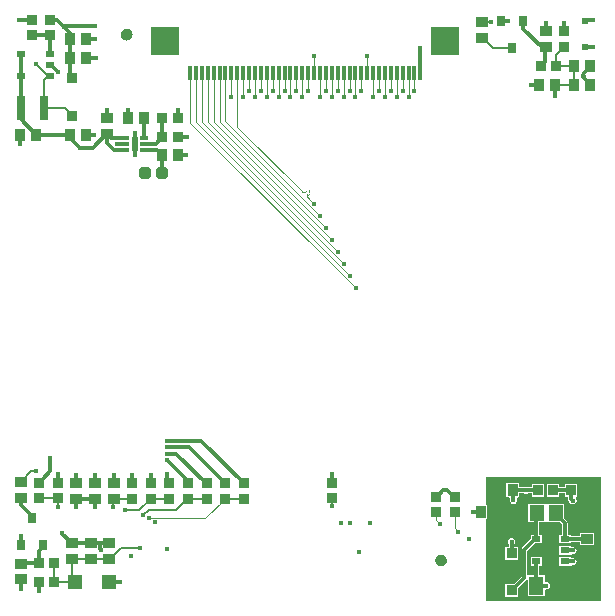
<source format=gtl>
G04*
G04 #@! TF.GenerationSoftware,Altium Limited,Altium Designer,19.0.11 (319)*
G04*
G04 Layer_Physical_Order=1*
G04 Layer_Color=255*
%FSLAX44Y44*%
%MOMM*%
G71*
G01*
G75*
%ADD11C,0.2000*%
%ADD15C,0.1000*%
%ADD16R,0.8500X0.9500*%
%ADD17R,1.2000X1.2000*%
%ADD18R,1.2000X1.2000*%
%ADD19R,0.6000X0.6000*%
%ADD20R,0.9500X0.8500*%
%ADD21R,1.0000X0.9000*%
%ADD22R,0.6500X0.9500*%
%ADD23R,0.9000X1.0000*%
%ADD24R,0.8000X0.5500*%
%ADD25R,0.8000X2.0000*%
%ADD26R,0.9500X0.9000*%
%ADD27R,1.3000X1.4000*%
%ADD28R,1.2000X1.6500*%
%ADD29R,0.7000X0.3000*%
%ADD30R,0.5500X1.3100*%
%ADD31R,2.4000X2.4000*%
%ADD32R,0.3000X1.2000*%
%ADD52C,1.0000*%
%ADD53C,0.3000*%
G04:AMPARAMS|DCode=54|XSize=1mm|YSize=1mm|CornerRadius=0.25mm|HoleSize=0mm|Usage=FLASHONLY|Rotation=0.000|XOffset=0mm|YOffset=0mm|HoleType=Round|Shape=RoundedRectangle|*
%AMROUNDEDRECTD54*
21,1,1.0000,0.5000,0,0,0.0*
21,1,0.5000,1.0000,0,0,0.0*
1,1,0.5000,0.2500,-0.2500*
1,1,0.5000,-0.2500,-0.2500*
1,1,0.5000,-0.2500,0.2500*
1,1,0.5000,0.2500,0.2500*
%
%ADD54ROUNDEDRECTD54*%
%ADD55C,0.4500*%
G36*
X500000Y-0D02*
X402500Y-0D01*
X402500Y70111D01*
X403889D01*
Y81889D01*
X402500D01*
Y105000D01*
X500000Y105000D01*
X500000Y-0D01*
D02*
G37*
%LPC*%
G36*
X479889Y99639D02*
X469611D01*
Y96436D01*
X464889D01*
Y99639D01*
X454611D01*
Y88361D01*
X464889D01*
Y91564D01*
X469611D01*
Y88361D01*
X472314D01*
Y86750D01*
X472500Y85818D01*
X473028Y85028D01*
X473110Y84945D01*
X473293Y84025D01*
X473987Y82987D01*
X475025Y82293D01*
X476250Y82050D01*
X477475Y82293D01*
X478513Y82987D01*
X479207Y84025D01*
X479450Y85250D01*
X479207Y86475D01*
X478795Y87091D01*
X479355Y88358D01*
X479358Y88361D01*
X479889D01*
Y99639D01*
D02*
G37*
G36*
X412000Y96436D02*
X411068Y96250D01*
X410278Y95722D01*
X409750Y94932D01*
X409564Y94000D01*
X409750Y93068D01*
X410278Y92278D01*
X411068Y91750D01*
X412000Y91564D01*
X412932Y91750D01*
X413722Y92278D01*
X414250Y93068D01*
X414436Y94000D01*
X414250Y94932D01*
X413722Y95722D01*
X412932Y96250D01*
X412000Y96436D01*
D02*
G37*
G36*
X487750Y96436D02*
X486818Y96250D01*
X486028Y95722D01*
X485500Y94932D01*
X485314Y94000D01*
X485500Y93068D01*
X486028Y92278D01*
X486818Y91750D01*
X487750Y91564D01*
X488682Y91750D01*
X489472Y92278D01*
X490000Y93068D01*
X490186Y94000D01*
X490000Y94932D01*
X489472Y95722D01*
X488682Y96250D01*
X487750Y96436D01*
D02*
G37*
G36*
X430889Y99889D02*
X420111D01*
Y88111D01*
X422275D01*
X422961Y87096D01*
X423017Y86841D01*
X422799Y85750D01*
X423043Y84525D01*
X423737Y83487D01*
X424775Y82793D01*
X426000Y82549D01*
X427225Y82793D01*
X428263Y83487D01*
X428957Y84525D01*
X429201Y85750D01*
X428983Y86841D01*
X429039Y87096D01*
X429725Y88111D01*
X430889D01*
Y91564D01*
X434745D01*
X435525Y91043D01*
X436750Y90800D01*
X437975Y91043D01*
X438755Y91564D01*
X441611D01*
Y88361D01*
X451889D01*
Y99639D01*
X441611D01*
Y96436D01*
X438755D01*
X437975Y96957D01*
X436750Y97200D01*
X435525Y96957D01*
X434745Y96436D01*
X430889D01*
Y99889D01*
D02*
G37*
G36*
X412000Y78436D02*
X411068Y78250D01*
X410278Y77722D01*
X409750Y76932D01*
X409564Y76000D01*
X409750Y75068D01*
X410278Y74278D01*
X411068Y73750D01*
X412000Y73564D01*
X412932Y73750D01*
X413722Y74278D01*
X414250Y75068D01*
X414436Y76000D01*
X414250Y76932D01*
X413722Y77722D01*
X412932Y78250D01*
X412000Y78436D01*
D02*
G37*
G36*
X454361Y82639D02*
X453139D01*
X453091Y82639D01*
X438361D01*
Y66861D01*
X443064D01*
Y56389D01*
X440611D01*
Y52556D01*
X433653Y45597D01*
X433125Y44807D01*
X432939Y43875D01*
Y20884D01*
X426694Y14639D01*
X418861D01*
Y3861D01*
X430139D01*
Y11194D01*
X437097Y18153D01*
X437341Y18517D01*
X438611Y18132D01*
Y4111D01*
X452389D01*
Y9140D01*
X453659Y10117D01*
X454000Y10050D01*
X455225Y10293D01*
X456263Y10987D01*
X456957Y12025D01*
X457201Y13250D01*
X456957Y14475D01*
X456263Y15513D01*
X455225Y16207D01*
X454000Y16451D01*
X453659Y16383D01*
X452389Y17360D01*
Y22389D01*
X447936D01*
Y30111D01*
X450389D01*
Y37389D01*
X440611D01*
Y30111D01*
X443064D01*
Y22389D01*
X439081D01*
X438611Y22389D01*
X437811Y23328D01*
Y42866D01*
X444056Y49111D01*
X450389D01*
Y56389D01*
X447936D01*
Y66861D01*
X453091D01*
X453139Y66861D01*
X454361D01*
X454409Y66861D01*
X465694D01*
X467064Y65491D01*
Y56389D01*
X464611D01*
Y49111D01*
X474389D01*
Y50314D01*
X482111D01*
Y47361D01*
X493889D01*
Y58139D01*
X482111D01*
Y55186D01*
X474389D01*
Y56389D01*
X471936D01*
Y66500D01*
X471750Y67432D01*
X471222Y68222D01*
X469139Y70306D01*
Y82639D01*
X454409D01*
X454361Y82639D01*
D02*
G37*
G36*
X445500Y45686D02*
X444568Y45500D01*
X443778Y44972D01*
X443250Y44182D01*
X443064Y43250D01*
X443250Y42318D01*
X443778Y41528D01*
X444568Y41000D01*
X445500Y40814D01*
X446432Y41000D01*
X447222Y41528D01*
X447750Y42318D01*
X447936Y43250D01*
X447750Y44182D01*
X447222Y44972D01*
X446432Y45500D01*
X445500Y45686D01*
D02*
G37*
G36*
X474389Y46889D02*
Y46889D01*
X464611D01*
Y39611D01*
X474389D01*
Y39611D01*
X475659Y40167D01*
X476250Y40050D01*
X477475Y40293D01*
X478513Y40987D01*
X479207Y42025D01*
X479450Y43250D01*
X479207Y44475D01*
X478513Y45513D01*
X477475Y46207D01*
X476250Y46451D01*
X475659Y46333D01*
X474389Y46889D01*
D02*
G37*
G36*
X488000Y41686D02*
X487068Y41500D01*
X486278Y40972D01*
X485750Y40182D01*
X485564Y39250D01*
X485750Y38318D01*
X486278Y37528D01*
X487068Y37000D01*
X488000Y36814D01*
X488932Y37000D01*
X489722Y37528D01*
X490250Y38318D01*
X490436Y39250D01*
X490250Y40182D01*
X489722Y40972D01*
X488932Y41500D01*
X488000Y41686D01*
D02*
G37*
G36*
X424500Y53700D02*
X423275Y53457D01*
X422237Y52763D01*
X421543Y51725D01*
X421300Y50500D01*
X421543Y49275D01*
X422064Y48495D01*
Y46139D01*
X418861D01*
Y35361D01*
X430139D01*
Y46139D01*
X426936D01*
Y48495D01*
X427457Y49275D01*
X427701Y50500D01*
X427457Y51725D01*
X426763Y52763D01*
X425725Y53457D01*
X424500Y53700D01*
D02*
G37*
G36*
X474389Y37389D02*
Y37389D01*
X464611D01*
Y30111D01*
X474389D01*
Y30111D01*
X475659Y30667D01*
X476250Y30549D01*
X477475Y30793D01*
X478513Y31487D01*
X479207Y32525D01*
X479450Y33750D01*
X479207Y34975D01*
X478513Y36013D01*
X477475Y36707D01*
X476250Y36951D01*
X475659Y36833D01*
X474389Y37389D01*
D02*
G37*
G36*
X473500Y15686D02*
X472568Y15500D01*
X471778Y14972D01*
X471528Y14722D01*
X471000Y13932D01*
X470814Y13000D01*
X471000Y12068D01*
X471528Y11278D01*
X472318Y10750D01*
X473250Y10564D01*
X474182Y10750D01*
X474972Y11278D01*
X475222Y11528D01*
X475750Y12318D01*
X475936Y13250D01*
X475750Y14182D01*
X475222Y14972D01*
X474432Y15500D01*
X473500Y15686D01*
D02*
G37*
%LPD*%
D11*
X18000Y110000D02*
X21500D01*
X8750Y100750D02*
X18000Y110000D01*
X112500Y73000D02*
X117114Y77614D01*
X140614D01*
X150000Y87000D01*
X150500D01*
X119000Y87000D02*
X134750D01*
X97250Y77000D02*
X109000D01*
X119000Y87000D01*
X68250Y35500D02*
X84500D01*
X93752Y44752D02*
X109755D01*
X84500Y35500D02*
X93752Y44752D01*
X272500Y80500D02*
Y87250D01*
X182000Y87000D02*
X197750D01*
X150500D02*
X150500Y87000D01*
X166250D01*
X119000Y87000D02*
X119000Y87000D01*
X87000Y80000D02*
Y86250D01*
X87500Y86750D01*
X103000D02*
X103250Y87000D01*
X87500Y86750D02*
X103000D01*
X40250Y80000D02*
Y87500D01*
X40250Y87500D02*
X40250Y87500D01*
X24500Y87500D02*
X40250D01*
X52500Y35500D02*
X68250D01*
X52500Y19000D02*
Y35500D01*
Y19000D02*
X55000Y16500D01*
X37000D02*
X55000D01*
X37000D02*
Y32250D01*
X21500Y455250D02*
Y455250D01*
Y455250D02*
X32000Y444750D01*
X399750Y490750D02*
X406750D01*
X399500Y490500D02*
X399750Y490750D01*
X32000Y444750D02*
X33250D01*
X461250Y437250D02*
X477500D01*
Y453000D01*
X462000D02*
X477500D01*
X462000D02*
Y462750D01*
X468750Y469500D01*
X469250D01*
X461250Y437250D02*
X462000Y438000D01*
X400000Y477000D02*
X408500Y468500D01*
X399500Y477000D02*
X400000D01*
X408500Y468500D02*
X425000D01*
X29000Y417500D02*
Y441750D01*
X32000Y444750D01*
X46250Y417500D02*
X52500Y411250D01*
X29000Y417500D02*
X46250D01*
D15*
X251743Y344129D02*
G03*
X251743Y342007I1061J-1061D01*
G01*
X253643Y346029D02*
G03*
X253643Y348150I-1061J1061D01*
G01*
D02*
G03*
X251521Y348150I-1061J-1061D01*
G01*
X247500Y346250D02*
G03*
X249621Y346250I1061J1061D01*
G01*
X302250Y447000D02*
Y462000D01*
X257250Y447000D02*
Y462000D01*
X376250Y61750D02*
X379000Y59000D01*
X376250Y61750D02*
Y75500D01*
X360500Y69250D02*
X364250Y65500D01*
X360500Y69250D02*
Y75500D01*
X165142Y70642D02*
X181500Y87000D01*
X117892Y70642D02*
X165142D01*
X253125Y340625D02*
X257234Y336516D01*
X192250Y401500D02*
X247500Y346250D01*
X252803Y340947D02*
X253125Y340625D01*
X251743Y342007D02*
X252803Y340947D01*
X251743Y344129D02*
X253643Y346029D01*
X249621Y346250D02*
X251521Y348150D01*
X192250Y401500D02*
Y447000D01*
X157250Y405457D02*
Y447000D01*
Y405457D02*
X287457Y275250D01*
X152250Y405250D02*
Y447000D01*
Y405250D02*
X292500Y265000D01*
X287457Y275250D02*
X287500D01*
X162250Y405604D02*
Y447000D01*
Y405604D02*
X282552Y285302D01*
X167250Y405750D02*
X277500Y295500D01*
X167250Y405750D02*
Y447000D01*
X172250Y406000D02*
X272500Y305750D01*
X172250Y406000D02*
Y447000D01*
X182250Y406383D02*
Y447000D01*
Y406383D02*
X262383Y326250D01*
X177250Y406250D02*
Y447000D01*
Y406250D02*
X267500Y316000D01*
X257234Y336516D02*
X257263D01*
X187250Y447000D02*
X187250Y447000D01*
Y427000D02*
Y447000D01*
X197250Y447000D02*
X197250Y447000D01*
X202250Y432000D02*
Y447000D01*
X197250Y427000D02*
Y447000D01*
X207250Y447000D02*
X207250Y447000D01*
X212250Y432000D02*
Y447000D01*
X207250Y427000D02*
Y447000D01*
X327250Y427000D02*
Y447000D01*
X317250Y427000D02*
Y447000D01*
X307250Y427000D02*
Y447000D01*
X312250Y432000D02*
Y447000D01*
X181500Y87000D02*
X182000D01*
X117500Y70250D02*
X117892Y70642D01*
X217250Y427000D02*
Y447000D01*
X227250Y427000D02*
Y447000D01*
X222250Y432000D02*
Y447000D01*
X237250Y427000D02*
Y447000D01*
X242250Y432000D02*
Y447000D01*
X232250Y432000D02*
Y447000D01*
X252250Y432000D02*
Y447000D01*
X247250Y427000D02*
Y447000D01*
X217250D02*
X217250Y447000D01*
X262250Y427000D02*
Y447000D01*
X272250Y427000D02*
Y447000D01*
X337250Y427000D02*
Y447000D01*
X332250Y432000D02*
Y447000D01*
X342250Y432000D02*
Y447000D01*
X322250Y432000D02*
Y447000D01*
X307250Y447000D02*
X307250Y447000D01*
X262250Y447000D02*
X262250Y447000D01*
X267250Y432000D02*
Y447000D01*
X277250Y432000D02*
Y447000D01*
X287250Y432000D02*
Y447000D01*
X282250Y427000D02*
Y447000D01*
X297250Y432000D02*
Y447000D01*
X292250Y427000D02*
Y447000D01*
D16*
X128750Y409250D02*
D03*
X141750D02*
D03*
X128750Y393500D02*
D03*
X141750D02*
D03*
X24000Y32250D02*
D03*
X37000D02*
D03*
X24000Y16500D02*
D03*
X37000D02*
D03*
X449000Y453000D02*
D03*
X462000D02*
D03*
X487750Y94000D02*
D03*
X474750D02*
D03*
X459750D02*
D03*
X446750D02*
D03*
D17*
X83600Y16500D02*
D03*
D18*
X55000D02*
D03*
D19*
X487000Y469500D02*
D03*
Y491500D02*
D03*
D20*
X376250Y88500D02*
D03*
Y75500D02*
D03*
X360500Y88500D02*
D03*
Y75500D02*
D03*
X272500Y100250D02*
D03*
Y87250D02*
D03*
X166250Y100000D02*
D03*
Y87000D02*
D03*
X197750Y100000D02*
D03*
Y87000D02*
D03*
X103250Y87000D02*
D03*
Y100000D02*
D03*
X150500Y100000D02*
D03*
Y87000D02*
D03*
X182000Y100000D02*
D03*
Y87000D02*
D03*
X24500Y100500D02*
D03*
Y87500D02*
D03*
X40250Y87500D02*
D03*
Y100500D02*
D03*
X134750Y87000D02*
D03*
Y100000D02*
D03*
X119000Y100000D02*
D03*
Y87000D02*
D03*
X469250Y482500D02*
D03*
Y469500D02*
D03*
X34000Y479250D02*
D03*
Y492250D02*
D03*
X18250Y479250D02*
D03*
Y492250D02*
D03*
D21*
X87500Y86750D02*
D03*
Y100250D02*
D03*
X71750Y86750D02*
D03*
Y100250D02*
D03*
X56000Y86750D02*
D03*
Y100250D02*
D03*
X8750Y100750D02*
D03*
Y87250D02*
D03*
X9000Y32000D02*
D03*
Y18500D02*
D03*
X52500Y35500D02*
D03*
Y49000D02*
D03*
X68250Y35500D02*
D03*
Y49000D02*
D03*
X453250Y469000D02*
D03*
Y482500D02*
D03*
X84000Y35500D02*
D03*
Y49000D02*
D03*
X399500Y490500D02*
D03*
Y477000D02*
D03*
X488000Y52750D02*
D03*
Y39250D02*
D03*
X82000Y395500D02*
D03*
Y409000D02*
D03*
D22*
X18500Y70750D02*
D03*
X28000Y47750D02*
D03*
X9000D02*
D03*
X425000Y468500D02*
D03*
X415500Y491500D02*
D03*
X434500D02*
D03*
D23*
X461250Y437250D02*
D03*
X447750D02*
D03*
X477500D02*
D03*
X491000D02*
D03*
X477500Y453000D02*
D03*
X491000D02*
D03*
X50500Y475750D02*
D03*
X64000D02*
D03*
X50500Y395250D02*
D03*
X64000D02*
D03*
X22000D02*
D03*
X8500D02*
D03*
X50500Y460000D02*
D03*
X64000D02*
D03*
X412000Y76000D02*
D03*
X398500D02*
D03*
X425500Y94000D02*
D03*
X412000D02*
D03*
X128500Y377750D02*
D03*
X142000D02*
D03*
X113250Y409250D02*
D03*
X99750D02*
D03*
D24*
X33250Y444750D02*
D03*
Y454250D02*
D03*
Y463750D02*
D03*
X9250D02*
D03*
Y444750D02*
D03*
X469500Y52750D02*
D03*
Y43250D02*
D03*
Y33750D02*
D03*
X445500D02*
D03*
Y43250D02*
D03*
Y52750D02*
D03*
D25*
X29000Y417500D02*
D03*
X9000D02*
D03*
D26*
X52500Y442750D02*
D03*
Y411250D02*
D03*
X424500Y40750D02*
D03*
Y9250D02*
D03*
D27*
X445750Y74750D02*
D03*
X461750D02*
D03*
D28*
X445500Y13250D02*
D03*
X473500D02*
D03*
D29*
X97250Y392250D02*
D03*
Y387250D02*
D03*
Y382250D02*
D03*
X113250D02*
D03*
Y387250D02*
D03*
Y392250D02*
D03*
D30*
X105250Y387250D02*
D03*
D31*
X131250Y474000D02*
D03*
X368250D02*
D03*
D32*
X152250Y447000D02*
D03*
X157250D02*
D03*
X162250D02*
D03*
X167250D02*
D03*
X172250D02*
D03*
X177250D02*
D03*
X182250D02*
D03*
X187250D02*
D03*
X192250D02*
D03*
X197250D02*
D03*
X202250D02*
D03*
X207250D02*
D03*
X212250D02*
D03*
X217250D02*
D03*
X222250D02*
D03*
X227250D02*
D03*
X232250D02*
D03*
X237250D02*
D03*
X242250D02*
D03*
X247250D02*
D03*
X252250D02*
D03*
X257250D02*
D03*
X262250D02*
D03*
X267250D02*
D03*
X272250D02*
D03*
X277250D02*
D03*
X282250D02*
D03*
X287250D02*
D03*
X292250D02*
D03*
X297250D02*
D03*
X302250D02*
D03*
X307250D02*
D03*
X312250D02*
D03*
X317250D02*
D03*
X322250D02*
D03*
X327250D02*
D03*
X332250D02*
D03*
X337250D02*
D03*
X342250D02*
D03*
X347250D02*
D03*
D52*
X98501Y479750D02*
G03*
X98501Y479750I-1J0D01*
G01*
X364751Y34500D02*
G03*
X364751Y34500I-1J0D01*
G01*
D53*
X85250Y392250D02*
X97250D01*
X82000Y395500D02*
X85250Y392250D01*
X27750Y103750D02*
X34000Y110000D01*
X27750Y103250D02*
Y103750D01*
X34000Y110000D02*
Y121250D01*
X25000Y100500D02*
X27750Y103250D01*
X24500Y100500D02*
X25000D01*
X40215Y448059D02*
X40502Y447772D01*
X40215Y448059D02*
Y448535D01*
X34500Y454250D02*
X40215Y448535D01*
X33879Y454250D02*
X34500D01*
X8500Y387000D02*
Y395250D01*
X272500Y100250D02*
Y108000D01*
X24000Y8750D02*
Y16500D01*
X9000Y10750D02*
Y18500D01*
X366632Y94132D02*
X370118D01*
X375750Y88500D01*
X376250D01*
X361000D02*
X366632Y94132D01*
X360500Y88500D02*
X361000D01*
X124000Y382250D02*
X128500Y377750D01*
X113250Y382250D02*
X124000D01*
X22000Y395250D02*
X50500D01*
X141750Y409250D02*
Y416250D01*
Y409250D02*
X141750Y409250D01*
X133000Y101750D02*
Y108000D01*
Y101750D02*
X134750Y100000D01*
X132500Y125000D02*
X140750D01*
X165750Y100000D01*
X166250D01*
X132500Y136000D02*
X161750D01*
X197750Y100000D01*
X132500Y130500D02*
X151000D01*
X181500Y100000D01*
X150500D02*
Y101500D01*
X132500Y119500D02*
X150500Y101500D01*
X181500Y100000D02*
X182000D01*
X287250Y66000D02*
X287500Y66250D01*
X469500Y33750D02*
X476250D01*
X445500Y13250D02*
X454000D01*
X426000Y85750D02*
Y93500D01*
X425500Y94000D02*
X426000Y93500D01*
X436750Y94000D02*
X446750D01*
X425500D02*
X436750D01*
X424500Y40750D02*
Y50500D01*
X444250Y52750D02*
X445500D01*
X435375Y43875D02*
X444250Y52750D01*
X435375Y19875D02*
Y43875D01*
X424750Y9250D02*
X435375Y19875D01*
X424500Y9250D02*
X424750D01*
X445500Y13250D02*
Y33750D01*
Y52750D02*
Y74500D01*
X445750Y74750D01*
X474750Y86750D02*
Y94000D01*
Y86750D02*
X476250Y85250D01*
X459750Y94000D02*
X474750D01*
X469500Y43250D02*
X476250D01*
X469500Y52750D02*
X488000D01*
X488000Y52750D01*
X469500Y43250D02*
X469500Y43250D01*
X461750Y74250D02*
Y74750D01*
Y74250D02*
X469500Y66500D01*
Y52750D02*
Y66500D01*
X473250Y13000D02*
X473500Y13250D01*
X473500Y13250D01*
X398500Y76000D02*
X398500Y76000D01*
X391500Y76000D02*
X398500D01*
X412000Y76000D02*
X412000Y76000D01*
Y94000D02*
X412000Y94000D01*
X487750Y94000D02*
X487750Y94000D01*
X445500Y43250D02*
X445500Y43250D01*
X488000Y39250D02*
X488000Y39250D01*
X447750Y437250D02*
X447750Y437250D01*
X440750Y437250D02*
X447750D01*
X142000Y377750D02*
X142000Y377750D01*
X149000D01*
X99750Y409250D02*
X99750Y409250D01*
X99750Y409250D02*
Y416250D01*
X82000Y409000D02*
X82000Y409000D01*
X82000Y409000D02*
Y416000D01*
X64000Y395250D02*
X64000Y395250D01*
X71000D01*
X39500Y492250D02*
X50500Y481250D01*
X34000Y492250D02*
X39500D01*
X76125Y47500D02*
Y49000D01*
Y47500D02*
X76213Y47412D01*
Y44037D02*
Y47412D01*
Y44037D02*
X76500Y43750D01*
X347250Y447000D02*
Y468189D01*
X44252Y56748D02*
Y58253D01*
Y56748D02*
X52000Y49000D01*
X71750Y86750D02*
X71750Y86750D01*
Y79750D02*
Y86750D01*
Y100250D02*
X71750Y100250D01*
X71750Y100250D02*
Y107250D01*
X56000Y100250D02*
X56000Y100250D01*
X56000Y100250D02*
Y107250D01*
X40250Y100500D02*
X40250Y100500D01*
X40250Y100500D02*
Y107500D01*
X87500Y100250D02*
X87500Y100250D01*
X87500Y100250D02*
Y107250D01*
X103250Y100000D02*
X103250Y100000D01*
X103250Y100000D02*
Y107000D01*
X150500Y100000D02*
X150500Y100000D01*
X56000Y80000D02*
Y86750D01*
X71750D01*
X76125Y49000D02*
X84000D01*
X68250D02*
X76125D01*
X83600Y16500D02*
X92750D01*
X9000Y32000D02*
X9250Y32250D01*
X24000D01*
Y42250D02*
X28000Y46250D01*
Y47750D01*
X24000Y32250D02*
Y42250D01*
X9250Y81500D02*
Y87250D01*
Y81500D02*
X18500Y72250D01*
X8750Y87250D02*
X9250D01*
X18500Y70750D02*
Y72250D01*
X52500Y49000D02*
X68250D01*
X52000D02*
X52500D01*
X50500Y444750D02*
Y460000D01*
Y444750D02*
X52500Y442750D01*
X59000Y384000D02*
X70000D01*
X50500Y392500D02*
X59000Y384000D01*
X50500Y392500D02*
Y395250D01*
X46750Y487250D02*
X72000D01*
X45750Y486250D02*
X46750Y487250D01*
X50500Y475750D02*
Y481250D01*
X64000Y475750D02*
X72000D01*
X119000Y100000D02*
Y107250D01*
Y100000D02*
X119000Y100000D01*
X64000Y460000D02*
X72250D01*
X415750Y491750D02*
X421500D01*
X415500Y491500D02*
X415750Y491750D01*
X453250Y482500D02*
Y489500D01*
X469250Y482500D02*
Y489500D01*
X487750Y492250D02*
X493000D01*
X487000Y491500D02*
X487750Y492250D01*
X485250Y445000D02*
X485537Y444713D01*
Y443213D02*
Y444713D01*
Y443213D02*
X490023Y438727D01*
Y438227D02*
Y438727D01*
X485537Y447037D02*
X491000Y452500D01*
Y453000D01*
X490023Y438227D02*
X491000Y437250D01*
X487000Y469500D02*
X493250D01*
X461250Y427750D02*
Y437250D01*
X452750Y456750D02*
Y469000D01*
X449000Y453000D02*
X452750Y456750D01*
X450000Y469000D02*
X453250D01*
X434500Y484500D02*
X450000Y469000D01*
X434500Y484500D02*
Y491500D01*
X9000Y47750D02*
Y55500D01*
X9000Y47750D02*
X9000Y47750D01*
X113250Y409250D02*
X113250Y409250D01*
Y392250D02*
Y409250D01*
X141750Y393500D02*
X149250D01*
X141750Y393500D02*
X141750Y393500D01*
X128500Y363000D02*
Y377750D01*
X128750Y393500D02*
Y409250D01*
X128500Y377750D02*
Y378250D01*
X128750Y393000D02*
Y393500D01*
X123000Y387250D02*
X128750Y393000D01*
X113250Y387250D02*
X123000D01*
X105250Y377750D02*
Y387250D01*
Y396750D01*
X105000Y387500D02*
X105250Y387250D01*
X90000Y387250D02*
X90000Y387250D01*
X97250D01*
X87500Y382250D02*
X97250D01*
X82000Y387750D02*
X87500Y382250D01*
X82000Y387750D02*
Y395500D01*
X7500Y492250D02*
X18250D01*
X32500Y479250D02*
X33250Y478500D01*
X18250Y479250D02*
X32500D01*
X33250Y463750D02*
Y478500D01*
X50500Y460000D02*
Y475750D01*
X9125Y444625D02*
X9250Y444750D01*
Y463750D01*
X9125Y417625D02*
Y444625D01*
X9000Y417500D02*
X9125Y417625D01*
X9000Y408250D02*
X22000Y395250D01*
X9000Y408250D02*
Y417500D01*
X70000Y384000D02*
X81500Y395500D01*
X82000D01*
D54*
X114000Y363000D02*
D03*
X128500D02*
D03*
D55*
X388750Y52500D02*
D03*
X34000Y121250D02*
D03*
X21500Y110000D02*
D03*
X8500Y387000D02*
D03*
X40502Y447772D02*
D03*
X302250Y462000D02*
D03*
X257250D02*
D03*
X272500Y108000D02*
D03*
X24000Y8750D02*
D03*
X9000Y10750D02*
D03*
X368375Y94132D02*
D03*
X379000Y59000D02*
D03*
X364250Y65500D02*
D03*
X59000Y384000D02*
D03*
X141750Y416250D02*
D03*
X292500Y265000D02*
D03*
X287500Y275250D02*
D03*
X282552Y285302D02*
D03*
X277500Y295500D02*
D03*
X272500Y305750D02*
D03*
X267500Y316000D02*
D03*
X262500Y326250D02*
D03*
X257263Y336516D02*
D03*
X187250Y427000D02*
D03*
X202250Y432000D02*
D03*
X197250Y427000D02*
D03*
X212250Y432000D02*
D03*
X207250Y427000D02*
D03*
X327250Y427000D02*
D03*
X317250D02*
D03*
X307250Y427000D02*
D03*
X312250Y432000D02*
D03*
X132500Y136000D02*
D03*
Y130500D02*
D03*
Y125000D02*
D03*
Y119500D02*
D03*
X133000Y108000D02*
D03*
X122500Y67000D02*
D03*
X117500Y70250D02*
D03*
X112500Y73000D02*
D03*
X97250Y77000D02*
D03*
X217250Y427000D02*
D03*
X227250Y427000D02*
D03*
X222250Y432000D02*
D03*
X237250Y427000D02*
D03*
X242250Y432000D02*
D03*
X232250D02*
D03*
X252250D02*
D03*
X247250Y427000D02*
D03*
X262250Y427000D02*
D03*
X272250Y427000D02*
D03*
X337250D02*
D03*
X332250Y432000D02*
D03*
X342250D02*
D03*
X322250D02*
D03*
X267250Y432000D02*
D03*
X277250Y432000D02*
D03*
X282250Y427000D02*
D03*
X287250Y432000D02*
D03*
X292250Y427000D02*
D03*
X297250Y432000D02*
D03*
X287500Y66250D02*
D03*
X280000D02*
D03*
X476250Y33750D02*
D03*
X454000Y13250D02*
D03*
X295000Y41750D02*
D03*
X305000Y66250D02*
D03*
X426000Y85750D02*
D03*
X436750Y94000D02*
D03*
X424500Y50500D02*
D03*
X476250Y85250D02*
D03*
Y43250D02*
D03*
X132500Y44250D02*
D03*
X464500Y13000D02*
D03*
X391500Y76000D02*
D03*
X419000D02*
D03*
X405000Y94000D02*
D03*
X494750D02*
D03*
X452500Y43250D02*
D03*
X488000Y32250D02*
D03*
X440750Y437250D02*
D03*
X149000Y377750D02*
D03*
X99750Y416250D02*
D03*
X82000Y416000D02*
D03*
X71000Y395250D02*
D03*
X347250Y468189D02*
D03*
X76500Y43750D02*
D03*
X44252Y58253D02*
D03*
X109755Y44752D02*
D03*
X102500Y38500D02*
D03*
X71750Y79750D02*
D03*
Y107250D02*
D03*
X56000D02*
D03*
X40250Y107500D02*
D03*
X87500Y107250D02*
D03*
X103250Y107000D02*
D03*
X272500Y80500D02*
D03*
X87000Y80000D02*
D03*
X56000D02*
D03*
X40250D02*
D03*
X92750Y16500D02*
D03*
X21500Y455250D02*
D03*
X72000Y487250D02*
D03*
X406750Y490750D02*
D03*
X72000Y475750D02*
D03*
X119000Y107250D02*
D03*
X72250Y460000D02*
D03*
X421500Y491750D02*
D03*
X453250Y489500D02*
D03*
X469250D02*
D03*
X493000Y492250D02*
D03*
X485250Y445000D02*
D03*
X493250Y469500D02*
D03*
X461250Y427750D02*
D03*
X9000Y55500D02*
D03*
X45750Y486250D02*
D03*
X149250Y393500D02*
D03*
X105250Y377750D02*
D03*
Y396750D02*
D03*
X90000Y387250D02*
D03*
X7500Y492250D02*
D03*
M02*

</source>
